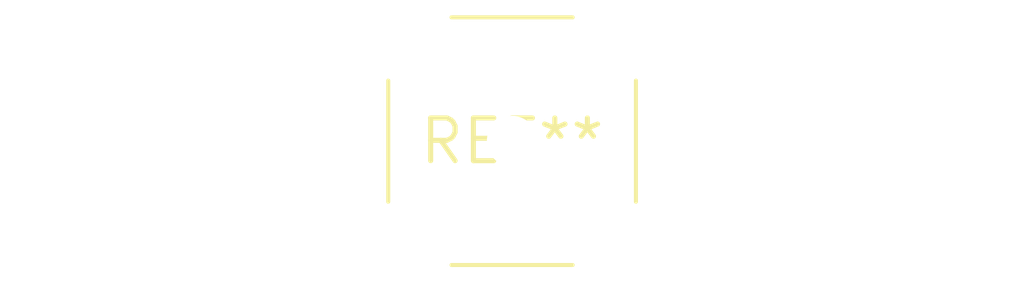
<source format=kicad_pcb>
(kicad_pcb (version 20240108) (generator pcbnew)
  (layers (0 "F.Cu" signal) (31 "B.Cu" signal) (34 "B.Paste" user) (35 "F.Paste" user) (36 "B.SilkS" user "B.Silkscreen") (37 "F.SilkS" user "F.Silkscreen") (38 "B.Mask" user) (39 "F.Mask" user) (44 "Edge.Cuts" user))
  (net 0 "")
  (footprint "SMA_Amphenol_132134_Vertical" (layer "F.Cu") (at 0 0)
    (property "Reference" "REF**")
    (property "Value" "SMA_Amphenol_132134_Vertical")
    (fp_line (start -3.68 -1.8) (end -3.68 1.8) (layer "F.SilkS") (stroke (width 0.12)))
    (fp_line (start -1.8 -3.68) (end 1.8 -3.68) (layer "F.SilkS") (stroke (width 0.12)))
    (fp_line (start -1.8 3.68) (end 1.8 3.68) (layer "F.SilkS") (stroke (width 0.12)))
    (fp_line (start 3.68 -1.8) (end 3.68 1.8) (layer "F.SilkS") (stroke (width 0.12)))
    (pad "1" thru_hole circle (at 0 0) (size 2.05 2.05) (drill 1.5) (layers *.Cu *.Mask) (remove_unused_layers))
    (pad "2" thru_hole circle (at -2.54 -2.54) (size 2.25 2.25) (drill 1.7) (layers *.Cu *.Mask) (remove_unused_layers))
    (pad "2" thru_hole circle (at -2.54 2.54) (size 2.25 2.25) (drill 1.7) (layers *.Cu *.Mask) (remove_unused_layers))
    (pad "2" thru_hole circle (at 2.54 -2.54) (size 2.25 2.25) (drill 1.7) (layers *.Cu *.Mask) (remove_unused_layers))
    (pad "2" thru_hole circle (at 2.54 2.54) (size 2.25 2.25) (drill 1.7) (layers *.Cu *.Mask) (remove_unused_layers))
  )
)
</source>
